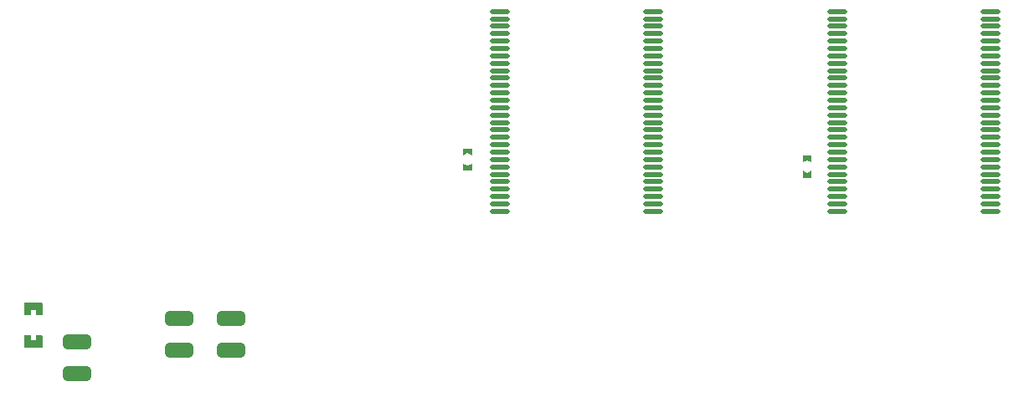
<source format=gbp>
G04 Layer_Color=128*
%FSLAX24Y24*%
%MOIN*%
G70*
G01*
G75*
G04:AMPARAMS|DCode=36|XSize=110.2mil|YSize=59.1mil|CornerRadius=14.8mil|HoleSize=0mil|Usage=FLASHONLY|Rotation=0.000|XOffset=0mil|YOffset=0mil|HoleType=Round|Shape=RoundedRectangle|*
%AMROUNDEDRECTD36*
21,1,0.1102,0.0295,0,0,0.0*
21,1,0.0807,0.0591,0,0,0.0*
1,1,0.0295,0.0404,-0.0148*
1,1,0.0295,-0.0404,-0.0148*
1,1,0.0295,-0.0404,0.0148*
1,1,0.0295,0.0404,0.0148*
%
%ADD36ROUNDEDRECTD36*%
%ADD37O,0.0787X0.0197*%
G36*
X30659Y29429D02*
X30482Y29508D01*
X30305Y29429D01*
Y29705D01*
X30659D01*
Y29429D01*
D02*
G37*
G36*
X44183Y29144D02*
X44006Y29222D01*
X43829Y29144D01*
Y29419D01*
X44183D01*
Y29144D01*
D02*
G37*
G36*
X30659Y28819D02*
X30305D01*
Y29095D01*
X30482Y29016D01*
X30659Y29095D01*
Y28819D01*
D02*
G37*
G36*
X44183Y28534D02*
X43829D01*
Y28809D01*
X44006Y28731D01*
X44183Y28809D01*
Y28534D01*
D02*
G37*
G36*
X13550Y23555D02*
X13559Y23534D01*
Y23081D01*
X13550Y23060D01*
X13530Y23052D01*
X13327D01*
X13306Y23060D01*
X13297Y23081D01*
Y23219D01*
X13289Y23240D01*
X13268Y23248D01*
X13130D01*
X13109Y23240D01*
X13100Y23219D01*
Y23081D01*
X13092Y23060D01*
X13071Y23052D01*
X12868D01*
X12847Y23060D01*
X12839Y23081D01*
Y23534D01*
X12847Y23555D01*
X12868Y23563D01*
X13530D01*
X13550Y23555D01*
D02*
G37*
G36*
Y22255D02*
X13559Y22234D01*
Y21781D01*
X13550Y21760D01*
X13530Y21752D01*
X12868D01*
X12847Y21760D01*
X12839Y21781D01*
Y22234D01*
X12847Y22255D01*
X12868Y22263D01*
X13071D01*
X13092Y22255D01*
X13100Y22234D01*
Y22096D01*
X13109Y22075D01*
X13130Y22067D01*
X13268D01*
X13289Y22075D01*
X13297Y22096D01*
Y22234D01*
X13306Y22255D01*
X13327Y22263D01*
X13530D01*
X13550Y22255D01*
D02*
G37*
D36*
X19016Y22933D02*
D03*
Y21673D02*
D03*
X14941Y20738D02*
D03*
Y21998D02*
D03*
X21083Y22933D02*
D03*
Y21673D02*
D03*
D37*
X37884Y35167D02*
D03*
Y34872D02*
D03*
Y34577D02*
D03*
Y34282D02*
D03*
Y33986D02*
D03*
Y33691D02*
D03*
Y33396D02*
D03*
Y33100D02*
D03*
Y32805D02*
D03*
Y32510D02*
D03*
Y32215D02*
D03*
Y31919D02*
D03*
Y31624D02*
D03*
Y31329D02*
D03*
Y31033D02*
D03*
Y30738D02*
D03*
Y30443D02*
D03*
Y30148D02*
D03*
Y29852D02*
D03*
Y29557D02*
D03*
Y29262D02*
D03*
Y28967D02*
D03*
Y28671D02*
D03*
Y28376D02*
D03*
Y28081D02*
D03*
Y27785D02*
D03*
Y27490D02*
D03*
Y27195D02*
D03*
X31781Y35167D02*
D03*
Y34872D02*
D03*
Y34577D02*
D03*
Y34282D02*
D03*
Y33986D02*
D03*
Y33691D02*
D03*
Y33396D02*
D03*
Y33100D02*
D03*
Y32805D02*
D03*
Y32510D02*
D03*
Y32215D02*
D03*
Y31919D02*
D03*
Y31624D02*
D03*
Y31329D02*
D03*
Y31033D02*
D03*
Y30738D02*
D03*
Y30443D02*
D03*
Y30148D02*
D03*
Y29852D02*
D03*
Y29557D02*
D03*
Y29262D02*
D03*
Y28967D02*
D03*
Y28671D02*
D03*
Y28376D02*
D03*
Y28081D02*
D03*
Y27785D02*
D03*
Y27490D02*
D03*
Y27195D02*
D03*
X51289Y35167D02*
D03*
Y34872D02*
D03*
Y34577D02*
D03*
Y34282D02*
D03*
Y33986D02*
D03*
Y33691D02*
D03*
Y33396D02*
D03*
Y33100D02*
D03*
Y32805D02*
D03*
Y32510D02*
D03*
Y32215D02*
D03*
Y31919D02*
D03*
Y31624D02*
D03*
Y31329D02*
D03*
Y31033D02*
D03*
Y30738D02*
D03*
Y30443D02*
D03*
Y30148D02*
D03*
Y29852D02*
D03*
Y29557D02*
D03*
Y29262D02*
D03*
Y28967D02*
D03*
Y28671D02*
D03*
Y28376D02*
D03*
Y28081D02*
D03*
Y27785D02*
D03*
Y27490D02*
D03*
Y27195D02*
D03*
X45187Y35167D02*
D03*
Y34872D02*
D03*
Y34577D02*
D03*
Y34282D02*
D03*
Y33986D02*
D03*
Y33691D02*
D03*
Y33396D02*
D03*
Y33100D02*
D03*
Y32805D02*
D03*
Y32510D02*
D03*
Y32215D02*
D03*
Y31919D02*
D03*
Y31624D02*
D03*
Y31329D02*
D03*
Y31033D02*
D03*
Y30738D02*
D03*
Y30443D02*
D03*
Y30148D02*
D03*
Y29852D02*
D03*
Y29557D02*
D03*
Y29262D02*
D03*
Y28967D02*
D03*
Y28671D02*
D03*
Y28376D02*
D03*
Y28081D02*
D03*
Y27785D02*
D03*
Y27490D02*
D03*
Y27195D02*
D03*
M02*

</source>
